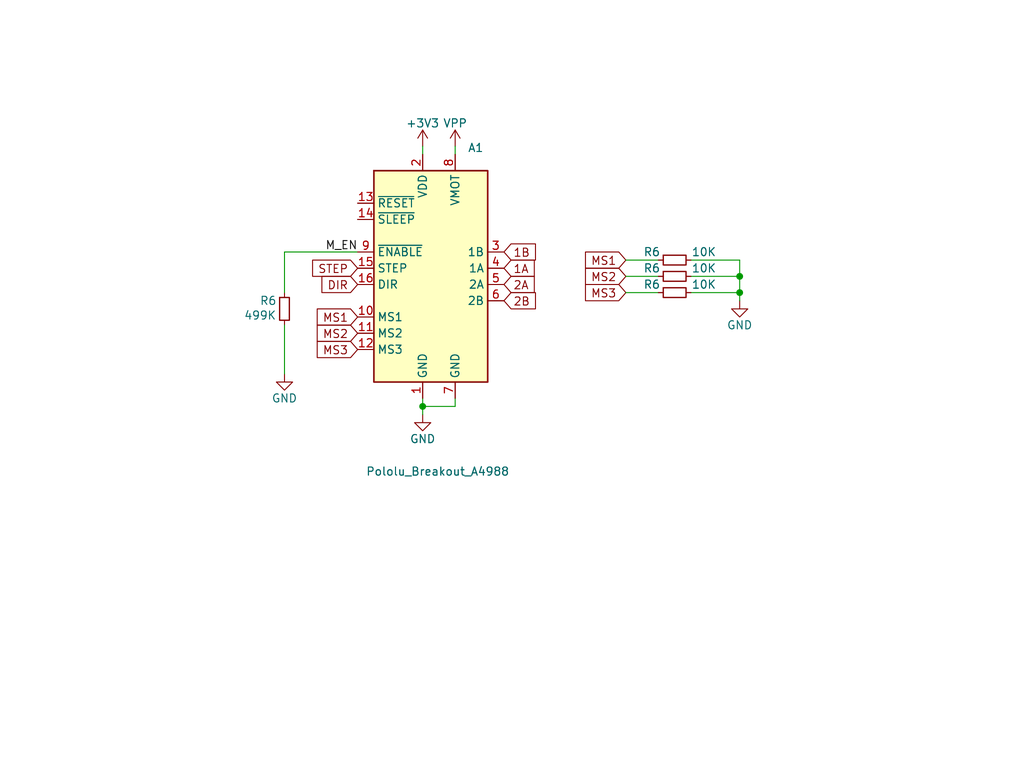
<source format=kicad_sch>
(kicad_sch (version 20230121) (generator eeschema)

  (uuid 24c45a69-1309-4a66-85dc-bd4044729c6d)

  (paper "User" 159.995 119.99)

  (lib_symbols
    (symbol "Device:R_Small" (pin_numbers hide) (pin_names (offset 0.254) hide) (in_bom yes) (on_board yes)
      (property "Reference" "R" (at 0.762 0.508 0)
        (effects (font (size 1.27 1.27)) (justify left))
      )
      (property "Value" "R_Small" (at 0.762 -1.016 0)
        (effects (font (size 1.27 1.27)) (justify left))
      )
      (property "Footprint" "" (at 0 0 0)
        (effects (font (size 1.27 1.27)) hide)
      )
      (property "Datasheet" "~" (at 0 0 0)
        (effects (font (size 1.27 1.27)) hide)
      )
      (property "ki_keywords" "R resistor" (at 0 0 0)
        (effects (font (size 1.27 1.27)) hide)
      )
      (property "ki_description" "Resistor, small symbol" (at 0 0 0)
        (effects (font (size 1.27 1.27)) hide)
      )
      (property "ki_fp_filters" "R_*" (at 0 0 0)
        (effects (font (size 1.27 1.27)) hide)
      )
      (symbol "R_Small_0_1"
        (rectangle (start -0.762 1.778) (end 0.762 -1.778)
          (stroke (width 0.2032) (type default))
          (fill (type none))
        )
      )
      (symbol "R_Small_1_1"
        (pin passive line (at 0 2.54 270) (length 0.762)
          (name "~" (effects (font (size 1.27 1.27))))
          (number "1" (effects (font (size 1.27 1.27))))
        )
        (pin passive line (at 0 -2.54 90) (length 0.762)
          (name "~" (effects (font (size 1.27 1.27))))
          (number "2" (effects (font (size 1.27 1.27))))
        )
      )
    )
    (symbol "Driver_Motor:Pololu_Breakout_A4988" (in_bom yes) (on_board yes)
      (property "Reference" "A" (at -2.54 19.05 0)
        (effects (font (size 1.27 1.27)) (justify right))
      )
      (property "Value" "Pololu_Breakout_A4988" (at -2.54 16.51 0)
        (effects (font (size 1.27 1.27)) (justify right))
      )
      (property "Footprint" "Module:Pololu_Breakout-16_15.2x20.3mm" (at 6.985 -19.05 0)
        (effects (font (size 1.27 1.27)) (justify left) hide)
      )
      (property "Datasheet" "https://www.pololu.com/product/2980/pictures" (at 2.54 -7.62 0)
        (effects (font (size 1.27 1.27)) hide)
      )
      (property "ki_keywords" "Pololu Breakout Board Stepper Driver A4988" (at 0 0 0)
        (effects (font (size 1.27 1.27)) hide)
      )
      (property "ki_description" "Pololu Breakout Board, Stepper Driver A4988" (at 0 0 0)
        (effects (font (size 1.27 1.27)) hide)
      )
      (property "ki_fp_filters" "Pololu*Breakout*15.2x20.3mm*" (at 0 0 0)
        (effects (font (size 1.27 1.27)) hide)
      )
      (symbol "Pololu_Breakout_A4988_0_1"
        (rectangle (start 10.16 -17.78) (end -7.62 15.24)
          (stroke (width 0.254) (type default))
          (fill (type background))
        )
      )
      (symbol "Pololu_Breakout_A4988_1_1"
        (pin power_in line (at 0 -20.32 90) (length 2.54)
          (name "GND" (effects (font (size 1.27 1.27))))
          (number "1" (effects (font (size 1.27 1.27))))
        )
        (pin input line (at -10.16 -7.62 0) (length 2.54)
          (name "MS1" (effects (font (size 1.27 1.27))))
          (number "10" (effects (font (size 1.27 1.27))))
        )
        (pin input line (at -10.16 -10.16 0) (length 2.54)
          (name "MS2" (effects (font (size 1.27 1.27))))
          (number "11" (effects (font (size 1.27 1.27))))
        )
        (pin input line (at -10.16 -12.7 0) (length 2.54)
          (name "MS3" (effects (font (size 1.27 1.27))))
          (number "12" (effects (font (size 1.27 1.27))))
        )
        (pin input line (at -10.16 10.16 0) (length 2.54)
          (name "~{RESET}" (effects (font (size 1.27 1.27))))
          (number "13" (effects (font (size 1.27 1.27))))
        )
        (pin input line (at -10.16 7.62 0) (length 2.54)
          (name "~{SLEEP}" (effects (font (size 1.27 1.27))))
          (number "14" (effects (font (size 1.27 1.27))))
        )
        (pin input line (at -10.16 0 0) (length 2.54)
          (name "STEP" (effects (font (size 1.27 1.27))))
          (number "15" (effects (font (size 1.27 1.27))))
        )
        (pin input line (at -10.16 -2.54 0) (length 2.54)
          (name "DIR" (effects (font (size 1.27 1.27))))
          (number "16" (effects (font (size 1.27 1.27))))
        )
        (pin power_in line (at 0 17.78 270) (length 2.54)
          (name "VDD" (effects (font (size 1.27 1.27))))
          (number "2" (effects (font (size 1.27 1.27))))
        )
        (pin output line (at 12.7 2.54 180) (length 2.54)
          (name "1B" (effects (font (size 1.27 1.27))))
          (number "3" (effects (font (size 1.27 1.27))))
        )
        (pin output line (at 12.7 0 180) (length 2.54)
          (name "1A" (effects (font (size 1.27 1.27))))
          (number "4" (effects (font (size 1.27 1.27))))
        )
        (pin output line (at 12.7 -2.54 180) (length 2.54)
          (name "2A" (effects (font (size 1.27 1.27))))
          (number "5" (effects (font (size 1.27 1.27))))
        )
        (pin output line (at 12.7 -5.08 180) (length 2.54)
          (name "2B" (effects (font (size 1.27 1.27))))
          (number "6" (effects (font (size 1.27 1.27))))
        )
        (pin power_in line (at 5.08 -20.32 90) (length 2.54)
          (name "GND" (effects (font (size 1.27 1.27))))
          (number "7" (effects (font (size 1.27 1.27))))
        )
        (pin power_in line (at 5.08 17.78 270) (length 2.54)
          (name "VMOT" (effects (font (size 1.27 1.27))))
          (number "8" (effects (font (size 1.27 1.27))))
        )
        (pin input line (at -10.16 2.54 0) (length 2.54)
          (name "~{ENABLE}" (effects (font (size 1.27 1.27))))
          (number "9" (effects (font (size 1.27 1.27))))
        )
      )
    )
    (symbol "power:+3.3V" (power) (pin_names (offset 0)) (in_bom yes) (on_board yes)
      (property "Reference" "#PWR" (at 0 -3.81 0)
        (effects (font (size 1.27 1.27)) hide)
      )
      (property "Value" "+3.3V" (at 0 3.556 0)
        (effects (font (size 1.27 1.27)))
      )
      (property "Footprint" "" (at 0 0 0)
        (effects (font (size 1.27 1.27)) hide)
      )
      (property "Datasheet" "" (at 0 0 0)
        (effects (font (size 1.27 1.27)) hide)
      )
      (property "ki_keywords" "power-flag" (at 0 0 0)
        (effects (font (size 1.27 1.27)) hide)
      )
      (property "ki_description" "Power symbol creates a global label with name \"+3.3V\"" (at 0 0 0)
        (effects (font (size 1.27 1.27)) hide)
      )
      (symbol "+3.3V_0_1"
        (polyline
          (pts
            (xy -0.762 1.27)
            (xy 0 2.54)
          )
          (stroke (width 0) (type default))
          (fill (type none))
        )
        (polyline
          (pts
            (xy 0 0)
            (xy 0 2.54)
          )
          (stroke (width 0) (type default))
          (fill (type none))
        )
        (polyline
          (pts
            (xy 0 2.54)
            (xy 0.762 1.27)
          )
          (stroke (width 0) (type default))
          (fill (type none))
        )
      )
      (symbol "+3.3V_1_1"
        (pin power_in line (at 0 0 90) (length 0) hide
          (name "+3V3" (effects (font (size 1.27 1.27))))
          (number "1" (effects (font (size 1.27 1.27))))
        )
      )
    )
    (symbol "power:GND" (power) (pin_names (offset 0)) (in_bom yes) (on_board yes)
      (property "Reference" "#PWR" (at 0 -6.35 0)
        (effects (font (size 1.27 1.27)) hide)
      )
      (property "Value" "GND" (at 0 -3.81 0)
        (effects (font (size 1.27 1.27)))
      )
      (property "Footprint" "" (at 0 0 0)
        (effects (font (size 1.27 1.27)) hide)
      )
      (property "Datasheet" "" (at 0 0 0)
        (effects (font (size 1.27 1.27)) hide)
      )
      (property "ki_keywords" "power-flag" (at 0 0 0)
        (effects (font (size 1.27 1.27)) hide)
      )
      (property "ki_description" "Power symbol creates a global label with name \"GND\" , ground" (at 0 0 0)
        (effects (font (size 1.27 1.27)) hide)
      )
      (symbol "GND_0_1"
        (polyline
          (pts
            (xy 0 0)
            (xy 0 -1.27)
            (xy 1.27 -1.27)
            (xy 0 -2.54)
            (xy -1.27 -1.27)
            (xy 0 -1.27)
          )
          (stroke (width 0) (type default))
          (fill (type none))
        )
      )
      (symbol "GND_1_1"
        (pin power_in line (at 0 0 270) (length 0) hide
          (name "GND" (effects (font (size 1.27 1.27))))
          (number "1" (effects (font (size 1.27 1.27))))
        )
      )
    )
    (symbol "power:VPP" (power) (pin_names (offset 0)) (in_bom yes) (on_board yes)
      (property "Reference" "#PWR" (at 0 -3.81 0)
        (effects (font (size 1.27 1.27)) hide)
      )
      (property "Value" "VPP" (at 0 3.81 0)
        (effects (font (size 1.27 1.27)))
      )
      (property "Footprint" "" (at 0 0 0)
        (effects (font (size 1.27 1.27)) hide)
      )
      (property "Datasheet" "" (at 0 0 0)
        (effects (font (size 1.27 1.27)) hide)
      )
      (property "ki_keywords" "power-flag" (at 0 0 0)
        (effects (font (size 1.27 1.27)) hide)
      )
      (property "ki_description" "Power symbol creates a global label with name \"VPP\"" (at 0 0 0)
        (effects (font (size 1.27 1.27)) hide)
      )
      (symbol "VPP_0_1"
        (polyline
          (pts
            (xy -0.762 1.27)
            (xy 0 2.54)
          )
          (stroke (width 0) (type default))
          (fill (type none))
        )
        (polyline
          (pts
            (xy 0 0)
            (xy 0 2.54)
          )
          (stroke (width 0) (type default))
          (fill (type none))
        )
        (polyline
          (pts
            (xy 0 2.54)
            (xy 0.762 1.27)
          )
          (stroke (width 0) (type default))
          (fill (type none))
        )
      )
      (symbol "VPP_1_1"
        (pin power_in line (at 0 0 90) (length 0) hide
          (name "VPP" (effects (font (size 1.27 1.27))))
          (number "1" (effects (font (size 1.27 1.27))))
        )
      )
    )
  )

  (junction (at 115.57 45.72) (diameter 0) (color 0 0 0 0)
    (uuid 9bc0c309-fec8-491a-8e82-b6a29cfe6093)
  )
  (junction (at 115.57 43.18) (diameter 0) (color 0 0 0 0)
    (uuid afd9be74-1aec-4a79-b455-79406a9f68d9)
  )
  (junction (at 66.04 63.5) (diameter 0) (color 0 0 0 0)
    (uuid b1e9fb4d-2951-4797-abbc-b63370de9e25)
  )

  (wire (pts (xy 66.04 62.23) (xy 66.04 63.5))
    (stroke (width 0) (type default))
    (uuid 1695b810-aed9-4222-bf79-f6f35517be51)
  )
  (wire (pts (xy 107.95 40.64) (xy 115.57 40.64))
    (stroke (width 0) (type default))
    (uuid 2cdda370-bbb1-46da-a34b-956e39d5f9d7)
  )
  (wire (pts (xy 115.57 40.64) (xy 115.57 43.18))
    (stroke (width 0) (type default))
    (uuid 38d16bfd-5ff6-44dd-8827-fa7ecfb94535)
  )
  (wire (pts (xy 97.79 40.64) (xy 102.87 40.64))
    (stroke (width 0) (type default))
    (uuid 3cc57d9a-f5e3-4d14-b8bd-b917c801c1d8)
  )
  (wire (pts (xy 66.04 63.5) (xy 66.04 64.77))
    (stroke (width 0) (type default))
    (uuid 4580b01c-ac98-4d82-b37d-d08ed4424a29)
  )
  (wire (pts (xy 44.45 39.37) (xy 44.45 45.72))
    (stroke (width 0) (type default))
    (uuid 6ade282b-28d0-4326-ba3a-94edb028258e)
  )
  (wire (pts (xy 71.12 22.86) (xy 71.12 24.13))
    (stroke (width 0) (type default))
    (uuid 742736c5-631e-4def-909e-dca9720c4b2f)
  )
  (wire (pts (xy 44.45 50.8) (xy 44.45 58.42))
    (stroke (width 0) (type default))
    (uuid 74cdb6c2-436e-4fe1-81a1-bcc3e4dab537)
  )
  (wire (pts (xy 115.57 45.72) (xy 115.57 46.99))
    (stroke (width 0) (type default))
    (uuid 789c0742-9f1a-4139-9166-e6cf17ce11a2)
  )
  (wire (pts (xy 97.79 45.72) (xy 102.87 45.72))
    (stroke (width 0) (type default))
    (uuid 7d8d480d-fa82-4f53-809b-628e459107d1)
  )
  (wire (pts (xy 97.79 43.18) (xy 102.87 43.18))
    (stroke (width 0) (type default))
    (uuid 8b0528b3-591a-4568-a19f-816c207c554e)
  )
  (wire (pts (xy 66.04 63.5) (xy 71.12 63.5))
    (stroke (width 0) (type default))
    (uuid 8eb58a94-c669-4795-b9b4-c3071f9e119d)
  )
  (wire (pts (xy 107.95 43.18) (xy 115.57 43.18))
    (stroke (width 0) (type default))
    (uuid 975ce903-a0b5-46ff-bda7-6f5710f45d86)
  )
  (wire (pts (xy 107.95 45.72) (xy 115.57 45.72))
    (stroke (width 0) (type default))
    (uuid c30a5334-2c57-448d-a4ea-6f81854fbb96)
  )
  (wire (pts (xy 71.12 63.5) (xy 71.12 62.23))
    (stroke (width 0) (type default))
    (uuid c6770011-0bfc-403a-815b-f876a0d2f4cb)
  )
  (wire (pts (xy 44.45 39.37) (xy 55.88 39.37))
    (stroke (width 0) (type default))
    (uuid db65e667-94a6-4011-b296-e5a54bf35d09)
  )
  (wire (pts (xy 115.57 43.18) (xy 115.57 45.72))
    (stroke (width 0) (type default))
    (uuid e2aedb0a-c724-40fe-a9e7-b29eecab22d8)
  )
  (wire (pts (xy 66.04 22.86) (xy 66.04 24.13))
    (stroke (width 0) (type default))
    (uuid f4df3d10-7bf2-48a3-8873-cdc2d62cc372)
  )

  (label "M_EN" (at 50.8 39.37 0) (fields_autoplaced)
    (effects (font (size 1.27 1.27)) (justify left bottom))
    (uuid a56b6475-1924-455a-9b40-694140528867)
  )

  (global_label "MS2" (shape input) (at 97.79 43.18 180) (fields_autoplaced)
    (effects (font (size 1.27 1.27)) (justify right))
    (uuid 0e8518a3-fa07-4217-9d02-fbd66459bb65)
    (property "Intersheetrefs" "${INTERSHEET_REFS}" (at 91.0138 43.18 0)
      (effects (font (size 1.27 1.27)) (justify right) hide)
    )
  )
  (global_label "MS3" (shape input) (at 97.79 45.72 180) (fields_autoplaced)
    (effects (font (size 1.27 1.27)) (justify right))
    (uuid 1ceca7a2-e419-4942-a26f-a5fa27a7d381)
    (property "Intersheetrefs" "${INTERSHEET_REFS}" (at 91.0138 45.72 0)
      (effects (font (size 1.27 1.27)) (justify right) hide)
    )
  )
  (global_label "MS3" (shape input) (at 55.88 54.61 180) (fields_autoplaced)
    (effects (font (size 1.27 1.27)) (justify right))
    (uuid 4d0316d6-e2f5-40d1-a573-be0817586577)
    (property "Intersheetrefs" "${INTERSHEET_REFS}" (at 49.1038 54.61 0)
      (effects (font (size 1.27 1.27)) (justify right) hide)
    )
  )
  (global_label "1B" (shape input) (at 78.74 39.37 0) (fields_autoplaced)
    (effects (font (size 1.27 1.27)) (justify left))
    (uuid 6263ef3f-c9da-4176-9596-8e6ca163cbe5)
    (property "Intersheetrefs" "${INTERSHEET_REFS}" (at 84.1253 39.37 0)
      (effects (font (size 1.27 1.27)) (justify left) hide)
    )
  )
  (global_label "MS1" (shape input) (at 97.79 40.64 180) (fields_autoplaced)
    (effects (font (size 1.27 1.27)) (justify right))
    (uuid 81b3d65a-9a44-4b75-b152-fb235e98efe2)
    (property "Intersheetrefs" "${INTERSHEET_REFS}" (at 91.0138 40.64 0)
      (effects (font (size 1.27 1.27)) (justify right) hide)
    )
  )
  (global_label "STEP" (shape input) (at 55.88 41.91 180) (fields_autoplaced)
    (effects (font (size 1.27 1.27)) (justify right))
    (uuid b6e6d4fa-3a41-42d6-a996-2f234554c7b0)
    (property "Intersheetrefs" "${INTERSHEET_REFS}" (at 48.3781 41.91 0)
      (effects (font (size 1.27 1.27)) (justify right) hide)
    )
  )
  (global_label "1A" (shape input) (at 78.74 41.91 0) (fields_autoplaced)
    (effects (font (size 1.27 1.27)) (justify left))
    (uuid c2ab4290-457e-4bb0-b268-4334041e3ef6)
    (property "Intersheetrefs" "${INTERSHEET_REFS}" (at 83.9439 41.91 0)
      (effects (font (size 1.27 1.27)) (justify left) hide)
    )
  )
  (global_label "2A" (shape input) (at 78.74 44.45 0) (fields_autoplaced)
    (effects (font (size 1.27 1.27)) (justify left))
    (uuid d8c9751f-494b-4a9b-9f94-b891ffb74070)
    (property "Intersheetrefs" "${INTERSHEET_REFS}" (at 83.9439 44.45 0)
      (effects (font (size 1.27 1.27)) (justify left) hide)
    )
  )
  (global_label "MS2" (shape input) (at 55.88 52.07 180) (fields_autoplaced)
    (effects (font (size 1.27 1.27)) (justify right))
    (uuid d90ede5f-31f4-4cb8-b642-c8a73276285b)
    (property "Intersheetrefs" "${INTERSHEET_REFS}" (at 49.1038 52.07 0)
      (effects (font (size 1.27 1.27)) (justify right) hide)
    )
  )
  (global_label "2B" (shape input) (at 78.74 46.99 0) (fields_autoplaced)
    (effects (font (size 1.27 1.27)) (justify left))
    (uuid e0b742a9-5436-4010-8e47-b1749cef2f13)
    (property "Intersheetrefs" "${INTERSHEET_REFS}" (at 84.1253 46.99 0)
      (effects (font (size 1.27 1.27)) (justify left) hide)
    )
  )
  (global_label "MS1" (shape input) (at 55.88 49.53 180) (fields_autoplaced)
    (effects (font (size 1.27 1.27)) (justify right))
    (uuid e9a68804-b036-4f46-b280-b3934f2e9737)
    (property "Intersheetrefs" "${INTERSHEET_REFS}" (at 49.1038 49.53 0)
      (effects (font (size 1.27 1.27)) (justify right) hide)
    )
  )
  (global_label "DIR" (shape input) (at 55.88 44.45 180) (fields_autoplaced)
    (effects (font (size 1.27 1.27)) (justify right))
    (uuid ef0c6258-8774-4a56-92ab-5e3a684512d6)
    (property "Intersheetrefs" "${INTERSHEET_REFS}" (at 49.8294 44.45 0)
      (effects (font (size 1.27 1.27)) (justify right) hide)
    )
  )

  (symbol (lib_id "power:VPP") (at 71.12 22.86 0) (unit 1)
    (in_bom yes) (on_board yes) (dnp no) (fields_autoplaced)
    (uuid 17906d29-71c5-425f-80cf-3c45db403f22)
    (property "Reference" "#PWR01" (at 71.12 26.67 0)
      (effects (font (size 1.27 1.27)) hide)
    )
    (property "Value" "VPP" (at 71.12 19.2555 0)
      (effects (font (size 1.27 1.27)))
    )
    (property "Footprint" "" (at 71.12 22.86 0)
      (effects (font (size 1.27 1.27)) hide)
    )
    (property "Datasheet" "" (at 71.12 22.86 0)
      (effects (font (size 1.27 1.27)) hide)
    )
    (pin "1" (uuid 74e8b308-a0fa-41bd-8d04-efd7a0f5ce25))
    (instances
      (project "StepperMotor_module_V2_XIAO_RP2040"
        (path "/67ad53b0-e724-4354-8add-ffbe056bca93/f879121b-b8b1-4c0a-8f21-a8ce38d582ad"
          (reference "#PWR01") (unit 1)
        )
      )
      (project "Motor_module"
        (path "/e63e39d7-6ac0-4ffd-8aa3-1841a4541b55"
          (reference "#PWR0116") (unit 1)
        )
      )
    )
  )

  (symbol (lib_id "Device:R_Small") (at 105.41 40.64 90) (unit 1)
    (in_bom yes) (on_board yes) (dnp no)
    (uuid 17f93025-1250-4150-a548-7af85bf6401a)
    (property "Reference" "R6" (at 101.854 39.37 90)
      (effects (font (size 1.27 1.27)))
    )
    (property "Value" "10K" (at 109.982 39.37 90)
      (effects (font (size 1.27 1.27)))
    )
    (property "Footprint" "Resistor_SMD:R_0603_1608Metric_Pad0.98x0.95mm_HandSolder" (at 105.41 40.64 0)
      (effects (font (size 1.27 1.27)) hide)
    )
    (property "Datasheet" "~" (at 105.41 40.64 0)
      (effects (font (size 1.27 1.27)) hide)
    )
    (pin "1" (uuid 12838c72-dd86-4086-a785-e75698b42ed1))
    (pin "2" (uuid a511a76c-63b6-4e21-9b29-efe1402b6e28))
    (instances
      (project "StepperMotor_module_V2_XIAO_RP2040"
        (path "/67ad53b0-e724-4354-8add-ffbe056bca93/07c0a6ff-eef2-4578-b5db-f7e0ea607e3d"
          (reference "R6") (unit 1)
        )
        (path "/67ad53b0-e724-4354-8add-ffbe056bca93/f879121b-b8b1-4c0a-8f21-a8ce38d582ad"
          (reference "R2") (unit 1)
        )
      )
      (project "DATA_STORAGE"
        (path "/e63e39d7-6ac0-4ffd-8aa3-1841a4541b55"
          (reference "R1") (unit 1)
        )
      )
    )
  )

  (symbol (lib_id "Driver_Motor:Pololu_Breakout_A4988") (at 66.04 41.91 0) (unit 1)
    (in_bom yes) (on_board yes) (dnp no)
    (uuid 4b59193e-b0eb-4f60-bb53-d6cc0433404f)
    (property "Reference" "A1" (at 73.0759 23.09 0)
      (effects (font (size 1.27 1.27)) (justify left))
    )
    (property "Value" "Pololu_Breakout_A4988" (at 57.15 73.66 0)
      (effects (font (size 1.27 1.27)) (justify left))
    )
    (property "Footprint" "Module:Pololu_Breakout-16_15.2x20.3mm" (at 73.025 60.96 0)
      (effects (font (size 1.27 1.27)) (justify left) hide)
    )
    (property "Datasheet" "https://www.pololu.com/product/2980/pictures" (at 68.58 49.53 0)
      (effects (font (size 1.27 1.27)) hide)
    )
    (pin "1" (uuid df3d1108-4fac-472e-85c2-d0dd425b3fc1))
    (pin "10" (uuid f911847c-60a2-4ce2-8a06-0b49da0a0b3e))
    (pin "11" (uuid e6e50d7f-51b2-4855-a8f5-21f4a705a6d1))
    (pin "12" (uuid 0ae8269d-e948-43f7-88ca-e741154886e4))
    (pin "13" (uuid 669cad02-4893-4e1d-a44a-db7bdfe1b9ef))
    (pin "14" (uuid 0d34b4b5-d32e-41a0-89aa-8560890818da))
    (pin "15" (uuid b312b40e-a249-4bfe-ad22-9f9b616bac66))
    (pin "16" (uuid d86984b0-a9d2-4919-94d7-7e012282d687))
    (pin "2" (uuid 7a07c972-8b51-4920-a18c-dec48f125bc0))
    (pin "3" (uuid 6454bfaa-6771-4f2d-a885-1895b73c7b85))
    (pin "4" (uuid c4263df8-c165-4f92-9637-bd10781d6af0))
    (pin "5" (uuid 3faaa097-c851-49c3-8ff0-339fd9a4f2da))
    (pin "6" (uuid 86f57667-41c4-4ec5-ba25-c5b2c37b4581))
    (pin "7" (uuid c8216c2c-4596-40da-bb02-896fb576270a))
    (pin "8" (uuid a58cb54c-b16b-437f-bfc8-fb32280a481b))
    (pin "9" (uuid 78d7243f-8b94-47b4-ac48-102b643265aa))
    (instances
      (project "StepperMotor_module_V2_XIAO_RP2040"
        (path "/67ad53b0-e724-4354-8add-ffbe056bca93/f879121b-b8b1-4c0a-8f21-a8ce38d582ad"
          (reference "A1") (unit 1)
        )
      )
    )
  )

  (symbol (lib_id "Device:R_Small") (at 105.41 45.72 90) (unit 1)
    (in_bom yes) (on_board yes) (dnp no)
    (uuid 81afdd6f-3ea4-4ecb-ab34-98c20a2fe902)
    (property "Reference" "R6" (at 101.854 44.45 90)
      (effects (font (size 1.27 1.27)))
    )
    (property "Value" "10K" (at 109.982 44.45 90)
      (effects (font (size 1.27 1.27)))
    )
    (property "Footprint" "Resistor_SMD:R_0603_1608Metric_Pad0.98x0.95mm_HandSolder" (at 105.41 45.72 0)
      (effects (font (size 1.27 1.27)) hide)
    )
    (property "Datasheet" "~" (at 105.41 45.72 0)
      (effects (font (size 1.27 1.27)) hide)
    )
    (pin "1" (uuid 0aeffa10-8a80-4070-8c31-97a9dd0f52de))
    (pin "2" (uuid 08e92a10-e3e6-4dc0-89ac-0a362e6b5950))
    (instances
      (project "StepperMotor_module_V2_XIAO_RP2040"
        (path "/67ad53b0-e724-4354-8add-ffbe056bca93/07c0a6ff-eef2-4578-b5db-f7e0ea607e3d"
          (reference "R6") (unit 1)
        )
        (path "/67ad53b0-e724-4354-8add-ffbe056bca93/f879121b-b8b1-4c0a-8f21-a8ce38d582ad"
          (reference "R4") (unit 1)
        )
      )
      (project "DATA_STORAGE"
        (path "/e63e39d7-6ac0-4ffd-8aa3-1841a4541b55"
          (reference "R1") (unit 1)
        )
      )
    )
  )

  (symbol (lib_id "Device:R_Small") (at 105.41 43.18 90) (unit 1)
    (in_bom yes) (on_board yes) (dnp no)
    (uuid 95901fb0-a30d-42a2-9b24-4769895616cc)
    (property "Reference" "R6" (at 101.854 41.91 90)
      (effects (font (size 1.27 1.27)))
    )
    (property "Value" "10K" (at 109.982 41.91 90)
      (effects (font (size 1.27 1.27)))
    )
    (property "Footprint" "Resistor_SMD:R_0603_1608Metric_Pad0.98x0.95mm_HandSolder" (at 105.41 43.18 0)
      (effects (font (size 1.27 1.27)) hide)
    )
    (property "Datasheet" "~" (at 105.41 43.18 0)
      (effects (font (size 1.27 1.27)) hide)
    )
    (pin "1" (uuid 12782b14-bdfe-431d-91bc-8e0367b2a7da))
    (pin "2" (uuid 9b7e16bd-ba09-4230-9a30-731a236009e9))
    (instances
      (project "StepperMotor_module_V2_XIAO_RP2040"
        (path "/67ad53b0-e724-4354-8add-ffbe056bca93/07c0a6ff-eef2-4578-b5db-f7e0ea607e3d"
          (reference "R6") (unit 1)
        )
        (path "/67ad53b0-e724-4354-8add-ffbe056bca93/f879121b-b8b1-4c0a-8f21-a8ce38d582ad"
          (reference "R3") (unit 1)
        )
      )
      (project "DATA_STORAGE"
        (path "/e63e39d7-6ac0-4ffd-8aa3-1841a4541b55"
          (reference "R1") (unit 1)
        )
      )
    )
  )

  (symbol (lib_id "power:GND") (at 44.45 58.42 0) (unit 1)
    (in_bom yes) (on_board yes) (dnp no)
    (uuid b6af94d9-4c61-4c9b-bb1c-ee75a5361568)
    (property "Reference" "#PWR06" (at 44.45 64.77 0)
      (effects (font (size 1.27 1.27)) hide)
    )
    (property "Value" "GND" (at 44.45 62.23 0)
      (effects (font (size 1.27 1.27)))
    )
    (property "Footprint" "" (at 44.45 58.42 0)
      (effects (font (size 1.27 1.27)) hide)
    )
    (property "Datasheet" "" (at 44.45 58.42 0)
      (effects (font (size 1.27 1.27)) hide)
    )
    (pin "1" (uuid 4b01788c-4c0f-4366-bcca-00a4cfdce541))
    (instances
      (project "StepperMotor_module_V2_XIAO_RP2040"
        (path "/67ad53b0-e724-4354-8add-ffbe056bca93/f879121b-b8b1-4c0a-8f21-a8ce38d582ad"
          (reference "#PWR06") (unit 1)
        )
      )
      (project "Motor_module"
        (path "/e63e39d7-6ac0-4ffd-8aa3-1841a4541b55"
          (reference "#PWR0111") (unit 1)
        )
      )
    )
  )

  (symbol (lib_id "power:+3.3V") (at 66.04 22.86 0) (unit 1)
    (in_bom yes) (on_board yes) (dnp no) (fields_autoplaced)
    (uuid c487fcd8-88a3-46c5-a273-b3b5892a459b)
    (property "Reference" "#PWR03" (at 66.04 26.67 0)
      (effects (font (size 1.27 1.27)) hide)
    )
    (property "Value" "+3.3V" (at 66.04 19.2555 0)
      (effects (font (size 1.27 1.27)))
    )
    (property "Footprint" "" (at 66.04 22.86 0)
      (effects (font (size 1.27 1.27)) hide)
    )
    (property "Datasheet" "" (at 66.04 22.86 0)
      (effects (font (size 1.27 1.27)) hide)
    )
    (pin "1" (uuid 09badd08-e91e-49c4-9dd2-a3fa237f4953))
    (instances
      (project "StepperMotor_module_V2_XIAO_RP2040"
        (path "/67ad53b0-e724-4354-8add-ffbe056bca93/f879121b-b8b1-4c0a-8f21-a8ce38d582ad"
          (reference "#PWR03") (unit 1)
        )
      )
      (project "Motor_module"
        (path "/e63e39d7-6ac0-4ffd-8aa3-1841a4541b55"
          (reference "#PWR0115") (unit 1)
        )
      )
    )
  )

  (symbol (lib_id "power:GND") (at 66.04 64.77 0) (unit 1)
    (in_bom yes) (on_board yes) (dnp no)
    (uuid d32f8077-1c08-4a17-b5ab-df834ee9eded)
    (property "Reference" "#PWR02" (at 66.04 71.12 0)
      (effects (font (size 1.27 1.27)) hide)
    )
    (property "Value" "GND" (at 66.04 68.58 0)
      (effects (font (size 1.27 1.27)))
    )
    (property "Footprint" "" (at 66.04 64.77 0)
      (effects (font (size 1.27 1.27)) hide)
    )
    (property "Datasheet" "" (at 66.04 64.77 0)
      (effects (font (size 1.27 1.27)) hide)
    )
    (pin "1" (uuid 1ffb3b89-a06a-4c0f-9ca8-a51ed9465a22))
    (instances
      (project "StepperMotor_module_V2_XIAO_RP2040"
        (path "/67ad53b0-e724-4354-8add-ffbe056bca93/f879121b-b8b1-4c0a-8f21-a8ce38d582ad"
          (reference "#PWR02") (unit 1)
        )
      )
      (project "Motor_module"
        (path "/e63e39d7-6ac0-4ffd-8aa3-1841a4541b55"
          (reference "#PWR0114") (unit 1)
        )
      )
    )
  )

  (symbol (lib_id "power:GND") (at 115.57 46.99 0) (unit 1)
    (in_bom yes) (on_board yes) (dnp no)
    (uuid dd4ba3d6-c266-4ca4-ae96-103e6e951c41)
    (property "Reference" "#PWR07" (at 115.57 53.34 0)
      (effects (font (size 1.27 1.27)) hide)
    )
    (property "Value" "GND" (at 115.57 50.8 0)
      (effects (font (size 1.27 1.27)))
    )
    (property "Footprint" "" (at 115.57 46.99 0)
      (effects (font (size 1.27 1.27)) hide)
    )
    (property "Datasheet" "" (at 115.57 46.99 0)
      (effects (font (size 1.27 1.27)) hide)
    )
    (pin "1" (uuid f96c9bbe-1dc2-481b-88f6-5f6a0bd8e417))
    (instances
      (project "StepperMotor_module_V2_XIAO_RP2040"
        (path "/67ad53b0-e724-4354-8add-ffbe056bca93/f879121b-b8b1-4c0a-8f21-a8ce38d582ad"
          (reference "#PWR07") (unit 1)
        )
      )
      (project "Motor_module"
        (path "/e63e39d7-6ac0-4ffd-8aa3-1841a4541b55"
          (reference "#PWR0105") (unit 1)
        )
      )
    )
  )

  (symbol (lib_id "Device:R_Small") (at 44.45 48.26 0) (unit 1)
    (in_bom yes) (on_board yes) (dnp no)
    (uuid ed1871fb-d791-42ef-8405-59d8564cbe10)
    (property "Reference" "R6" (at 41.91 46.99 0)
      (effects (font (size 1.27 1.27)))
    )
    (property "Value" "499K" (at 40.64 49.276 0)
      (effects (font (size 1.27 1.27)))
    )
    (property "Footprint" "Resistor_SMD:R_0603_1608Metric_Pad0.98x0.95mm_HandSolder" (at 44.45 48.26 0)
      (effects (font (size 1.27 1.27)) hide)
    )
    (property "Datasheet" "~" (at 44.45 48.26 0)
      (effects (font (size 1.27 1.27)) hide)
    )
    (pin "1" (uuid daeb7ad2-3458-45de-9940-e33caf4a158a))
    (pin "2" (uuid 6de047fd-0d7c-4619-aae5-1353bc95eae2))
    (instances
      (project "StepperMotor_module_V2_XIAO_RP2040"
        (path "/67ad53b0-e724-4354-8add-ffbe056bca93/07c0a6ff-eef2-4578-b5db-f7e0ea607e3d"
          (reference "R6") (unit 1)
        )
        (path "/67ad53b0-e724-4354-8add-ffbe056bca93/f879121b-b8b1-4c0a-8f21-a8ce38d582ad"
          (reference "R1") (unit 1)
        )
      )
      (project "DATA_STORAGE"
        (path "/e63e39d7-6ac0-4ffd-8aa3-1841a4541b55"
          (reference "R1") (unit 1)
        )
      )
    )
  )
)

</source>
